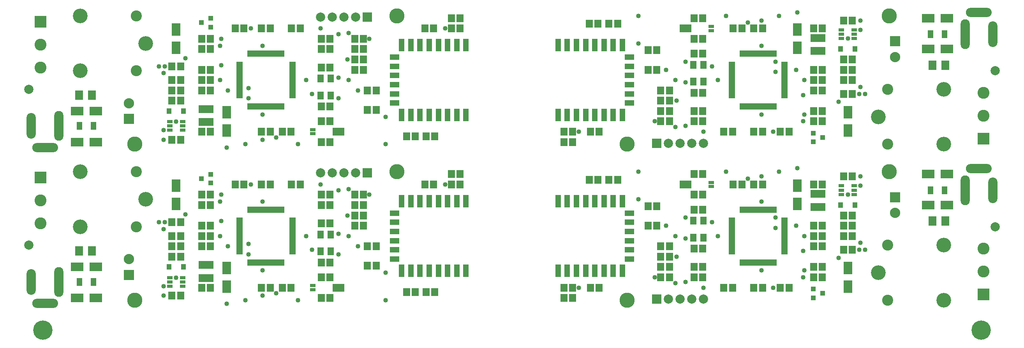
<source format=gts>
G04*
G04 #@! TF.GenerationSoftware,Altium Limited,Altium Designer,19.1.5 (86)*
G04*
G04 Layer_Color=8388736*
%FSLAX25Y25*%
%MOIN*%
G70*
G01*
G75*
%ADD63C,0.07874*%
%ADD64C,0.04737*%
%ADD65R,0.06115X0.06706*%
%ADD66R,0.05918X0.06706*%
%ADD67R,0.07887X0.04737*%
%ADD68R,0.04737X0.10642*%
%ADD69R,0.05131X0.03162*%
%ADD70R,0.10249X0.06706*%
%ADD71R,0.01981X0.05524*%
%ADD72R,0.05524X0.01981*%
%ADD73R,0.04343X0.03950*%
%ADD74R,0.07493X0.10642*%
%ADD75R,0.04343X0.04540*%
%ADD76R,0.07099X0.07887*%
%ADD77R,0.10642X0.07493*%
%ADD78R,0.12611X0.06902*%
%ADD79R,0.04737X0.07099*%
%ADD80R,0.05721X0.07099*%
%ADD81R,0.01981X0.05524*%
%ADD82C,0.16548*%
%ADD83C,0.07887*%
%ADD84R,0.07887X0.07887*%
%ADD85C,0.12611*%
%ADD86C,0.09461*%
%ADD87C,0.09461*%
%ADD88C,0.10249*%
%ADD89R,0.10249X0.10249*%
%ADD90R,0.08800X0.08800*%
%ADD91C,0.08800*%
%ADD92O,0.07887X0.25603*%
%ADD93O,0.07887X0.22060*%
%ADD94O,0.22060X0.07887*%
%ADD95C,0.13005*%
%ADD96C,0.04000*%
D63*
X7874Y59055D02*
D03*
Y192913D02*
D03*
X834646Y208661D02*
D03*
Y74803D02*
D03*
D64*
X7874Y59055D02*
D03*
Y192913D02*
D03*
X834646Y208661D02*
D03*
Y74803D02*
D03*
D65*
X347638Y18701D02*
D03*
X355118D02*
D03*
X338386D02*
D03*
X330906D02*
D03*
X376772Y120079D02*
D03*
X369291D02*
D03*
X346654Y111221D02*
D03*
X354134D02*
D03*
X294094Y93504D02*
D03*
X286614D02*
D03*
X294094Y84646D02*
D03*
X286614D02*
D03*
X286614Y75787D02*
D03*
X294094D02*
D03*
X206890Y22638D02*
D03*
X214370D02*
D03*
X163189Y93504D02*
D03*
X155709D02*
D03*
X155709Y102362D02*
D03*
X163189D02*
D03*
X155709Y75787D02*
D03*
X163189D02*
D03*
X155709Y66929D02*
D03*
X163189D02*
D03*
X137598Y66929D02*
D03*
X130118D02*
D03*
X347638Y152559D02*
D03*
X355118D02*
D03*
X338386D02*
D03*
X330906D02*
D03*
X376772Y253937D02*
D03*
X369291D02*
D03*
X346654Y245079D02*
D03*
X354134D02*
D03*
X294094Y227362D02*
D03*
X286614D02*
D03*
X294094Y218504D02*
D03*
X286614D02*
D03*
X286614Y209646D02*
D03*
X294094D02*
D03*
X206890Y156496D02*
D03*
X214370D02*
D03*
X163189Y227362D02*
D03*
X155709D02*
D03*
X155709Y236221D02*
D03*
X163189D02*
D03*
X155709Y209646D02*
D03*
X163189D02*
D03*
X155709Y200787D02*
D03*
X163189D02*
D03*
X137598Y200787D02*
D03*
X130118D02*
D03*
X494882Y249016D02*
D03*
X487402D02*
D03*
X504134D02*
D03*
X511614D02*
D03*
X465748Y147638D02*
D03*
X473228D02*
D03*
X495866Y156496D02*
D03*
X488386D02*
D03*
X548425Y174213D02*
D03*
X555905D02*
D03*
X548425Y183071D02*
D03*
X555905D02*
D03*
X555905Y191929D02*
D03*
X548425D02*
D03*
X635630Y245079D02*
D03*
X628150D02*
D03*
X679331Y174213D02*
D03*
X686811D02*
D03*
X686811Y165354D02*
D03*
X679331D02*
D03*
X686811Y191929D02*
D03*
X679331D02*
D03*
X686811Y200787D02*
D03*
X679331D02*
D03*
X704921Y200787D02*
D03*
X712402D02*
D03*
X494882Y115157D02*
D03*
X487402D02*
D03*
X504134D02*
D03*
X511614D02*
D03*
X465748Y13780D02*
D03*
X473228D02*
D03*
X495866Y22638D02*
D03*
X488386D02*
D03*
X548425Y40354D02*
D03*
X555905D02*
D03*
X548425Y49213D02*
D03*
X555905D02*
D03*
X555905Y58071D02*
D03*
X548425D02*
D03*
X635630Y111221D02*
D03*
X628150D02*
D03*
X679331Y40354D02*
D03*
X686811D02*
D03*
X686811Y31496D02*
D03*
X679331D02*
D03*
X686811Y58071D02*
D03*
X679331D02*
D03*
X686811Y66929D02*
D03*
X679331D02*
D03*
X704921Y66929D02*
D03*
X712402D02*
D03*
D66*
X369291Y111221D02*
D03*
X376772D02*
D03*
X294094Y102362D02*
D03*
X286614D02*
D03*
X224606Y22638D02*
D03*
X232087D02*
D03*
X239961Y111221D02*
D03*
X232480D02*
D03*
X206890D02*
D03*
X214370D02*
D03*
X191732D02*
D03*
X184252D02*
D03*
X163189Y58071D02*
D03*
X155709D02*
D03*
Y22638D02*
D03*
X163189D02*
D03*
X130118Y49213D02*
D03*
X137598D02*
D03*
X130118Y58071D02*
D03*
X137598D02*
D03*
Y78740D02*
D03*
X130118D02*
D03*
X137598Y15748D02*
D03*
X130118D02*
D03*
X258071Y102362D02*
D03*
X265551D02*
D03*
X258071Y93504D02*
D03*
X265551D02*
D03*
X258071Y13780D02*
D03*
X265551D02*
D03*
X258071Y31496D02*
D03*
X265551D02*
D03*
X258071Y77756D02*
D03*
X265551D02*
D03*
Y44291D02*
D03*
X258071D02*
D03*
X304921Y58071D02*
D03*
X297441D02*
D03*
X304921Y41339D02*
D03*
X297441D02*
D03*
X369291Y245079D02*
D03*
X376772D02*
D03*
X294094Y236221D02*
D03*
X286614D02*
D03*
X224606Y156496D02*
D03*
X232087D02*
D03*
X239961Y245079D02*
D03*
X232480D02*
D03*
X206890D02*
D03*
X214370D02*
D03*
X191732D02*
D03*
X184252D02*
D03*
X163189Y191929D02*
D03*
X155709D02*
D03*
Y156496D02*
D03*
X163189D02*
D03*
X130118Y183071D02*
D03*
X137598D02*
D03*
X130118Y191929D02*
D03*
X137598D02*
D03*
Y212598D02*
D03*
X130118D02*
D03*
X137598Y149606D02*
D03*
X130118D02*
D03*
X258071Y236221D02*
D03*
X265551D02*
D03*
X258071Y227362D02*
D03*
X265551D02*
D03*
X258071Y147638D02*
D03*
X265551D02*
D03*
X258071Y165354D02*
D03*
X265551D02*
D03*
X258071Y211614D02*
D03*
X265551D02*
D03*
Y178150D02*
D03*
X258071D02*
D03*
X304921Y191929D02*
D03*
X297441D02*
D03*
X304921Y175197D02*
D03*
X297441D02*
D03*
X473228Y156496D02*
D03*
X465748D02*
D03*
X548425Y165354D02*
D03*
X555905D02*
D03*
X617913Y245079D02*
D03*
X610433D02*
D03*
X602559Y156496D02*
D03*
X610039D02*
D03*
X635630D02*
D03*
X628150D02*
D03*
X650787D02*
D03*
X658268D02*
D03*
X679331Y209646D02*
D03*
X686811D02*
D03*
Y245079D02*
D03*
X679331D02*
D03*
X712402Y218504D02*
D03*
X704921D02*
D03*
X712402Y209646D02*
D03*
X704921D02*
D03*
Y188976D02*
D03*
X712402D02*
D03*
X704921Y251969D02*
D03*
X712402D02*
D03*
X584449Y165354D02*
D03*
X576968D02*
D03*
X584449Y174213D02*
D03*
X576968D02*
D03*
X584449Y253937D02*
D03*
X576968D02*
D03*
X584449Y236221D02*
D03*
X576968D02*
D03*
X584449Y189961D02*
D03*
X576968D02*
D03*
Y223425D02*
D03*
X584449D02*
D03*
X537598Y209646D02*
D03*
X545079D02*
D03*
X537598Y226378D02*
D03*
X545079D02*
D03*
X473228Y22638D02*
D03*
X465748D02*
D03*
X548425Y31496D02*
D03*
X555905D02*
D03*
X617913Y111221D02*
D03*
X610433D02*
D03*
X602559Y22638D02*
D03*
X610039D02*
D03*
X635630D02*
D03*
X628150D02*
D03*
X650787D02*
D03*
X658268D02*
D03*
X679331Y75787D02*
D03*
X686811D02*
D03*
Y111221D02*
D03*
X679331D02*
D03*
X712402Y84646D02*
D03*
X704921D02*
D03*
X712402Y75787D02*
D03*
X704921D02*
D03*
Y55118D02*
D03*
X712402D02*
D03*
X704921Y118110D02*
D03*
X712402D02*
D03*
X584449Y31496D02*
D03*
X576968D02*
D03*
X584449Y40354D02*
D03*
X576968D02*
D03*
X584449Y120079D02*
D03*
X576968D02*
D03*
X584449Y102362D02*
D03*
X576968D02*
D03*
X584449Y56102D02*
D03*
X576968D02*
D03*
Y89567D02*
D03*
X584449D02*
D03*
X537598Y75787D02*
D03*
X545079D02*
D03*
X537598Y92520D02*
D03*
X545079D02*
D03*
D67*
X320866Y86614D02*
D03*
Y78740D02*
D03*
Y70866D02*
D03*
Y62992D02*
D03*
Y55118D02*
D03*
Y47244D02*
D03*
D03*
Y220472D02*
D03*
Y212598D02*
D03*
Y204724D02*
D03*
Y196850D02*
D03*
Y188976D02*
D03*
Y181102D02*
D03*
D03*
X521654Y181102D02*
D03*
Y188976D02*
D03*
Y196850D02*
D03*
Y204724D02*
D03*
Y212598D02*
D03*
Y220472D02*
D03*
D03*
Y47244D02*
D03*
Y55118D02*
D03*
Y62992D02*
D03*
Y70866D02*
D03*
Y78740D02*
D03*
Y86614D02*
D03*
D03*
D68*
X381890Y96850D02*
D03*
Y37008D02*
D03*
X374016D02*
D03*
X366142D02*
D03*
X358268D02*
D03*
X350394D02*
D03*
X342520D02*
D03*
X334646D02*
D03*
X326772D02*
D03*
Y96850D02*
D03*
X334646D02*
D03*
X342520D02*
D03*
X350394D02*
D03*
X358268D02*
D03*
X366142D02*
D03*
X374016D02*
D03*
X381890Y230709D02*
D03*
Y170866D02*
D03*
X374016D02*
D03*
X366142D02*
D03*
X358268D02*
D03*
X350394D02*
D03*
X342520D02*
D03*
X334646D02*
D03*
X326772D02*
D03*
Y230709D02*
D03*
X334646D02*
D03*
X342520D02*
D03*
X350394D02*
D03*
X358268D02*
D03*
X366142D02*
D03*
X374016D02*
D03*
X460630Y170866D02*
D03*
Y230709D02*
D03*
X468504D02*
D03*
X476378D02*
D03*
X484252D02*
D03*
X492126D02*
D03*
X500000D02*
D03*
X507874D02*
D03*
X515748D02*
D03*
Y170866D02*
D03*
X507874D02*
D03*
X500000D02*
D03*
X492126D02*
D03*
X484252D02*
D03*
X476378D02*
D03*
X468504D02*
D03*
X460630Y37008D02*
D03*
Y96850D02*
D03*
X468504D02*
D03*
X476378D02*
D03*
X484252D02*
D03*
X492126D02*
D03*
X500000D02*
D03*
X507874D02*
D03*
X515748D02*
D03*
Y37008D02*
D03*
X507874D02*
D03*
X500000D02*
D03*
X492126D02*
D03*
X484252D02*
D03*
X476378D02*
D03*
X468504D02*
D03*
D69*
X250886Y20866D02*
D03*
Y24409D02*
D03*
X128347Y31299D02*
D03*
Y27559D02*
D03*
Y23819D02*
D03*
X139370D02*
D03*
Y27559D02*
D03*
Y31299D02*
D03*
X250886Y154724D02*
D03*
Y158268D02*
D03*
X128347Y165157D02*
D03*
Y161417D02*
D03*
Y157677D02*
D03*
X139370D02*
D03*
Y161417D02*
D03*
Y165157D02*
D03*
X591634Y246850D02*
D03*
Y243307D02*
D03*
X714173Y236417D02*
D03*
Y240158D02*
D03*
Y243898D02*
D03*
X703150D02*
D03*
Y240158D02*
D03*
Y236417D02*
D03*
X591634Y112992D02*
D03*
Y109449D02*
D03*
X714173Y102559D02*
D03*
Y106299D02*
D03*
Y110039D02*
D03*
X703150D02*
D03*
Y106299D02*
D03*
Y102559D02*
D03*
D70*
X272736Y22638D02*
D03*
Y156496D02*
D03*
X569783Y245079D02*
D03*
Y111221D02*
D03*
D71*
X225394Y44291D02*
D03*
X223425D02*
D03*
X221457D02*
D03*
X219488D02*
D03*
X217520D02*
D03*
X215551D02*
D03*
X213583D02*
D03*
X211614D02*
D03*
X209646D02*
D03*
X207677D02*
D03*
X205709D02*
D03*
X203740D02*
D03*
X201772D02*
D03*
X199803D02*
D03*
X197835D02*
D03*
X195866D02*
D03*
Y89567D02*
D03*
X197835D02*
D03*
X199803D02*
D03*
X201772D02*
D03*
X203740D02*
D03*
X205709D02*
D03*
X207677D02*
D03*
X209646D02*
D03*
X211614D02*
D03*
X213583D02*
D03*
X215551D02*
D03*
X217520D02*
D03*
X219488D02*
D03*
X221457D02*
D03*
X223425D02*
D03*
X225394D02*
D03*
Y178150D02*
D03*
X223425D02*
D03*
X221457D02*
D03*
X219488D02*
D03*
X217520D02*
D03*
X215551D02*
D03*
X213583D02*
D03*
X211614D02*
D03*
X209646D02*
D03*
X207677D02*
D03*
X205709D02*
D03*
X203740D02*
D03*
X201772D02*
D03*
X199803D02*
D03*
X197835D02*
D03*
X195866D02*
D03*
Y223425D02*
D03*
X197835D02*
D03*
X199803D02*
D03*
X201772D02*
D03*
X203740D02*
D03*
X205709D02*
D03*
X207677D02*
D03*
X209646D02*
D03*
X211614D02*
D03*
X213583D02*
D03*
X215551D02*
D03*
X217520D02*
D03*
X219488D02*
D03*
X221457D02*
D03*
X223425D02*
D03*
X225394D02*
D03*
X617126Y223425D02*
D03*
X619095D02*
D03*
X621063D02*
D03*
X623032D02*
D03*
X625000D02*
D03*
X626968D02*
D03*
X628937D02*
D03*
X630905D02*
D03*
X632874D02*
D03*
X634842D02*
D03*
X636811D02*
D03*
X638779D02*
D03*
X640748D02*
D03*
X642717D02*
D03*
X644685D02*
D03*
X646654D02*
D03*
X617126Y89567D02*
D03*
X619095D02*
D03*
X621063D02*
D03*
X623032D02*
D03*
X625000D02*
D03*
X626968D02*
D03*
X628937D02*
D03*
X630905D02*
D03*
X632874D02*
D03*
X634842D02*
D03*
X636811D02*
D03*
X638779D02*
D03*
X640748D02*
D03*
X642717D02*
D03*
X644685D02*
D03*
X646654D02*
D03*
D72*
X187992Y52165D02*
D03*
Y54134D02*
D03*
Y56102D02*
D03*
Y58071D02*
D03*
Y60039D02*
D03*
Y62008D02*
D03*
Y63976D02*
D03*
Y65945D02*
D03*
Y67913D02*
D03*
Y69882D02*
D03*
Y71850D02*
D03*
Y73819D02*
D03*
Y75787D02*
D03*
Y77756D02*
D03*
Y79724D02*
D03*
Y81693D02*
D03*
X233268D02*
D03*
Y79724D02*
D03*
Y77756D02*
D03*
Y75787D02*
D03*
Y73819D02*
D03*
Y71850D02*
D03*
Y69882D02*
D03*
Y67913D02*
D03*
Y65945D02*
D03*
Y63976D02*
D03*
Y62008D02*
D03*
Y60039D02*
D03*
Y58071D02*
D03*
Y56102D02*
D03*
Y54134D02*
D03*
Y52165D02*
D03*
X187992Y186024D02*
D03*
Y187992D02*
D03*
Y189961D02*
D03*
Y191929D02*
D03*
Y193898D02*
D03*
Y195866D02*
D03*
Y197835D02*
D03*
Y199803D02*
D03*
Y201772D02*
D03*
Y203740D02*
D03*
Y205709D02*
D03*
Y207677D02*
D03*
Y209646D02*
D03*
Y211614D02*
D03*
Y213583D02*
D03*
Y215551D02*
D03*
X233268D02*
D03*
Y213583D02*
D03*
Y211614D02*
D03*
Y209646D02*
D03*
Y207677D02*
D03*
Y205709D02*
D03*
Y203740D02*
D03*
Y201772D02*
D03*
Y199803D02*
D03*
Y197835D02*
D03*
Y195866D02*
D03*
Y193898D02*
D03*
Y191929D02*
D03*
Y189961D02*
D03*
Y187992D02*
D03*
Y186024D02*
D03*
X654528Y215551D02*
D03*
Y213583D02*
D03*
Y211614D02*
D03*
Y209646D02*
D03*
Y207677D02*
D03*
Y205709D02*
D03*
Y203740D02*
D03*
Y201772D02*
D03*
Y199803D02*
D03*
Y197835D02*
D03*
Y195866D02*
D03*
Y193898D02*
D03*
Y191929D02*
D03*
Y189961D02*
D03*
Y187992D02*
D03*
Y186024D02*
D03*
X609252D02*
D03*
Y187992D02*
D03*
Y189961D02*
D03*
Y191929D02*
D03*
Y193898D02*
D03*
Y195866D02*
D03*
Y197835D02*
D03*
Y199803D02*
D03*
Y201772D02*
D03*
Y203740D02*
D03*
Y205709D02*
D03*
Y207677D02*
D03*
Y209646D02*
D03*
Y211614D02*
D03*
Y213583D02*
D03*
Y215551D02*
D03*
X654528Y81693D02*
D03*
Y79724D02*
D03*
Y77756D02*
D03*
Y75787D02*
D03*
Y73819D02*
D03*
Y71850D02*
D03*
Y69882D02*
D03*
Y67913D02*
D03*
Y65945D02*
D03*
Y63976D02*
D03*
Y62008D02*
D03*
Y60039D02*
D03*
Y58071D02*
D03*
Y56102D02*
D03*
Y54134D02*
D03*
Y52165D02*
D03*
X609252D02*
D03*
Y54134D02*
D03*
Y56102D02*
D03*
Y58071D02*
D03*
Y60039D02*
D03*
Y62008D02*
D03*
Y63976D02*
D03*
Y65945D02*
D03*
Y67913D02*
D03*
Y69882D02*
D03*
Y71850D02*
D03*
Y73819D02*
D03*
Y75787D02*
D03*
Y77756D02*
D03*
Y79724D02*
D03*
Y81693D02*
D03*
D73*
X163386Y119882D02*
D03*
X155512Y116142D02*
D03*
X163386Y112402D02*
D03*
Y253740D02*
D03*
X155512Y250000D02*
D03*
X163386Y246260D02*
D03*
X679134Y147835D02*
D03*
X687008Y151575D02*
D03*
X679134Y155315D02*
D03*
Y13976D02*
D03*
X687008Y17717D02*
D03*
X679134Y21457D02*
D03*
D74*
X177165Y39370D02*
D03*
Y23622D02*
D03*
X133858Y110236D02*
D03*
Y94488D02*
D03*
X177165Y173228D02*
D03*
Y157480D02*
D03*
X133858Y244094D02*
D03*
Y228346D02*
D03*
X665354Y228346D02*
D03*
Y244094D02*
D03*
X708661Y157480D02*
D03*
Y173228D02*
D03*
X665354Y94488D02*
D03*
Y110236D02*
D03*
X708661Y23622D02*
D03*
Y39370D02*
D03*
D75*
X140059Y40354D02*
D03*
X127657D02*
D03*
X140059Y174213D02*
D03*
X127657D02*
D03*
X702461Y227362D02*
D03*
X714862D02*
D03*
X702461Y93504D02*
D03*
X714862D02*
D03*
D76*
X50591Y54134D02*
D03*
X61614D02*
D03*
X50591Y187992D02*
D03*
X61614D02*
D03*
X791929Y213583D02*
D03*
X780905D02*
D03*
X791929Y79724D02*
D03*
X780905D02*
D03*
D77*
X49213Y40354D02*
D03*
X64961D02*
D03*
Y13780D02*
D03*
X49213D02*
D03*
Y174213D02*
D03*
X64961D02*
D03*
Y147638D02*
D03*
X49213D02*
D03*
X793307Y227362D02*
D03*
X777559D02*
D03*
Y253937D02*
D03*
X793307D02*
D03*
Y93504D02*
D03*
X777559D02*
D03*
Y120079D02*
D03*
X793307D02*
D03*
D78*
X159449Y30807D02*
D03*
Y42028D02*
D03*
Y164665D02*
D03*
Y175886D02*
D03*
X683071Y236910D02*
D03*
Y225689D02*
D03*
Y103051D02*
D03*
Y91831D02*
D03*
D79*
X51181Y27559D02*
D03*
X62992D02*
D03*
X51181Y161417D02*
D03*
X62992D02*
D03*
X791339Y240158D02*
D03*
X779528D02*
D03*
X791339Y106299D02*
D03*
X779528D02*
D03*
D80*
X266142Y53740D02*
D03*
X257480Y68307D02*
D03*
X266142D02*
D03*
X257480Y53740D02*
D03*
X266142Y187598D02*
D03*
X257480Y202165D02*
D03*
X266142D02*
D03*
X257480Y187598D02*
D03*
X576378Y213976D02*
D03*
X585039Y199409D02*
D03*
X576378D02*
D03*
X585039Y213976D02*
D03*
X576378Y80118D02*
D03*
X585039Y65551D02*
D03*
X576378D02*
D03*
X585039Y80118D02*
D03*
D81*
X646654Y178150D02*
D03*
X644685D02*
D03*
X642717D02*
D03*
X640748D02*
D03*
X638779D02*
D03*
X636811D02*
D03*
X634842D02*
D03*
X632874D02*
D03*
X630905D02*
D03*
X628937D02*
D03*
X626968D02*
D03*
X625000D02*
D03*
X623032D02*
D03*
X621063D02*
D03*
X619095D02*
D03*
X617126D02*
D03*
X646654Y44291D02*
D03*
X644685D02*
D03*
X642717D02*
D03*
X640748D02*
D03*
X638779D02*
D03*
X636811D02*
D03*
X634842D02*
D03*
X632874D02*
D03*
X630905D02*
D03*
X628937D02*
D03*
X626968D02*
D03*
X625000D02*
D03*
X623032D02*
D03*
X621063D02*
D03*
X619095D02*
D03*
X617126D02*
D03*
D82*
X822835Y-13780D02*
D03*
X19685D02*
D03*
D83*
X287402Y121063D02*
D03*
X277402D02*
D03*
X267402D02*
D03*
X257402D02*
D03*
X287402Y254921D02*
D03*
X277402D02*
D03*
X267402D02*
D03*
X257402D02*
D03*
X555118Y146653D02*
D03*
X565118D02*
D03*
X575118D02*
D03*
X585118D02*
D03*
X555118Y12795D02*
D03*
X565118D02*
D03*
X575118D02*
D03*
X585118D02*
D03*
D84*
X297402Y121063D02*
D03*
Y254921D02*
D03*
X545118Y146653D02*
D03*
Y12795D02*
D03*
D85*
X107677Y98425D02*
D03*
X51772Y122047D02*
D03*
Y74803D02*
D03*
X107677Y232283D02*
D03*
X51772Y255906D02*
D03*
Y208661D02*
D03*
X734843Y169291D02*
D03*
X790748Y145669D02*
D03*
Y192913D02*
D03*
X734843Y35433D02*
D03*
X790748Y11811D02*
D03*
Y59055D02*
D03*
D86*
X99803Y122047D02*
D03*
Y255906D02*
D03*
X742717Y145669D02*
D03*
Y11811D02*
D03*
D87*
X99803Y74803D02*
D03*
Y208661D02*
D03*
X742717Y192913D02*
D03*
Y59055D02*
D03*
D88*
X17717Y77756D02*
D03*
Y97441D02*
D03*
Y211614D02*
D03*
Y231299D02*
D03*
X824803Y189961D02*
D03*
Y170276D02*
D03*
Y56102D02*
D03*
Y36417D02*
D03*
D89*
X17717Y117126D02*
D03*
Y250984D02*
D03*
X824803Y150591D02*
D03*
Y16732D02*
D03*
D90*
X93504Y33604D02*
D03*
Y167463D02*
D03*
X749016Y234112D02*
D03*
Y100254D02*
D03*
D91*
X93504Y47104D02*
D03*
Y180963D02*
D03*
X749016Y220612D02*
D03*
Y86754D02*
D03*
D92*
X33465Y27559D02*
D03*
Y161417D02*
D03*
X809055Y240158D02*
D03*
Y106299D02*
D03*
D93*
X9843Y27559D02*
D03*
Y161417D02*
D03*
X832677Y240158D02*
D03*
Y106299D02*
D03*
D94*
X21654Y9055D02*
D03*
Y142913D02*
D03*
X820866Y258661D02*
D03*
Y124803D02*
D03*
D95*
X98425Y11811D02*
D03*
X322835Y122047D02*
D03*
X98425Y145669D02*
D03*
X322835Y255906D02*
D03*
X744095Y255906D02*
D03*
X519685Y145669D02*
D03*
X744095Y122047D02*
D03*
X519685Y11811D02*
D03*
D96*
X219488Y17717D02*
D03*
X281496Y66929D02*
D03*
X123130Y15748D02*
D03*
X119095Y78740D02*
D03*
X124114D02*
D03*
X172244Y102362D02*
D03*
X178150Y58071D02*
D03*
X299213Y102362D02*
D03*
X364173Y111221D02*
D03*
X250000Y55118D02*
D03*
X257402Y111221D02*
D03*
X141732Y85630D02*
D03*
X172244Y79724D02*
D03*
X281496Y107283D02*
D03*
X272638Y106299D02*
D03*
X312992Y35433D02*
D03*
Y11811D02*
D03*
X192913D02*
D03*
X238189D02*
D03*
X207677Y15748D02*
D03*
X245079Y66929D02*
D03*
X280512Y84646D02*
D03*
X195866Y60039D02*
D03*
X272638Y51181D02*
D03*
X195866D02*
D03*
X207677Y37402D02*
D03*
X272638Y68898D02*
D03*
X289370Y58071D02*
D03*
X207677Y96457D02*
D03*
X171260D02*
D03*
Y66929D02*
D03*
X123031Y72835D02*
D03*
X177165Y8858D02*
D03*
X133858Y31299D02*
D03*
X123031Y23819D02*
D03*
X197835Y111221D02*
D03*
X219488Y151575D02*
D03*
X281496Y200787D02*
D03*
X123130Y149606D02*
D03*
X119095Y212598D02*
D03*
X124114D02*
D03*
X172244Y236221D02*
D03*
X178150Y191929D02*
D03*
X299213Y236221D02*
D03*
X364173Y245079D02*
D03*
X250000Y188976D02*
D03*
X257402Y245079D02*
D03*
X141732Y219488D02*
D03*
X172244Y213583D02*
D03*
X281496Y241142D02*
D03*
X272638Y240158D02*
D03*
X312992Y169291D02*
D03*
Y145669D02*
D03*
X192913D02*
D03*
X238189D02*
D03*
X207677Y149606D02*
D03*
X245079Y200787D02*
D03*
X280512Y218504D02*
D03*
X195866Y193898D02*
D03*
X272638Y185039D02*
D03*
X195866D02*
D03*
X207677Y171260D02*
D03*
X272638Y202756D02*
D03*
X289370Y191929D02*
D03*
X207677Y230315D02*
D03*
X171260D02*
D03*
Y200787D02*
D03*
X123031Y206693D02*
D03*
X177165Y142717D02*
D03*
X133858Y165157D02*
D03*
X123031Y157677D02*
D03*
X197835Y245079D02*
D03*
X623032Y250000D02*
D03*
X561024Y200787D02*
D03*
X719390Y251969D02*
D03*
X723425Y188976D02*
D03*
X718405D02*
D03*
X670276Y165354D02*
D03*
X664370Y209646D02*
D03*
X543307Y165354D02*
D03*
X478346Y156496D02*
D03*
X592520Y212598D02*
D03*
X585118Y156496D02*
D03*
X700787Y182087D02*
D03*
X670276Y187992D02*
D03*
X561024Y160433D02*
D03*
X569882Y161417D02*
D03*
X529528Y232283D02*
D03*
Y255906D02*
D03*
X649606D02*
D03*
X604331D02*
D03*
X634842Y251969D02*
D03*
X597441Y200787D02*
D03*
X562008Y183071D02*
D03*
X646654Y207677D02*
D03*
X569882Y216535D02*
D03*
X646654D02*
D03*
X634842Y230315D02*
D03*
X569882Y198819D02*
D03*
X553150Y209646D02*
D03*
X634842Y171260D02*
D03*
X671260D02*
D03*
Y200787D02*
D03*
X719488Y194882D02*
D03*
X665354Y258858D02*
D03*
X708661Y236417D02*
D03*
X719488Y243898D02*
D03*
X644685Y156496D02*
D03*
X623032Y116142D02*
D03*
X561024Y66929D02*
D03*
X719390Y118110D02*
D03*
X723425Y55118D02*
D03*
X718405D02*
D03*
X670276Y31496D02*
D03*
X664370Y75787D02*
D03*
X543307Y31496D02*
D03*
X478346Y22638D02*
D03*
X592520Y78740D02*
D03*
X585118Y22638D02*
D03*
X700787Y48228D02*
D03*
X670276Y54134D02*
D03*
X561024Y26575D02*
D03*
X569882Y27559D02*
D03*
X529528Y98425D02*
D03*
Y122047D02*
D03*
X649606D02*
D03*
X604331D02*
D03*
X634842Y118110D02*
D03*
X597441Y66929D02*
D03*
X562008Y49213D02*
D03*
X646654Y73819D02*
D03*
X569882Y82677D02*
D03*
X646654D02*
D03*
X634842Y96457D02*
D03*
X569882Y64961D02*
D03*
X553150Y75787D02*
D03*
X634842Y37402D02*
D03*
X671260D02*
D03*
Y66929D02*
D03*
X719488Y61024D02*
D03*
X665354Y125000D02*
D03*
X708661Y102559D02*
D03*
X719488Y110039D02*
D03*
X644685Y22638D02*
D03*
M02*

</source>
